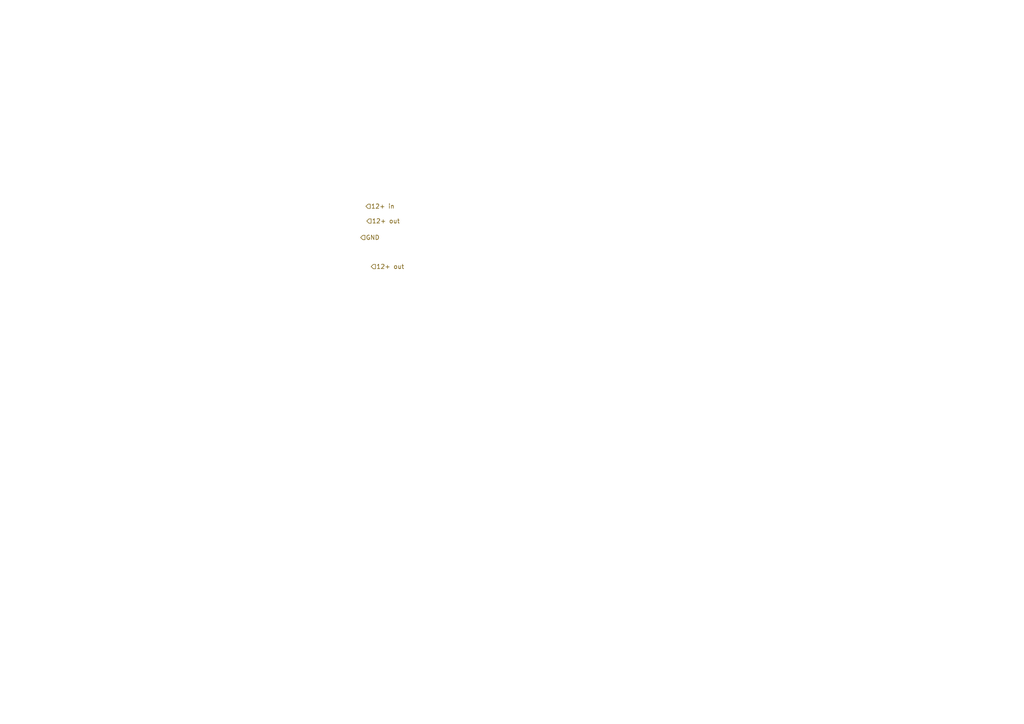
<source format=kicad_sch>
(kicad_sch (version 20211123) (generator eeschema)
  (paper "A4")
  (lib_symbols)
  (hierarchical_label "12+ out" (shape input) (at 107.6452 77.3176 0))
  (hierarchical_label "12+ out" (shape input) (at 106.3752 64.1096 0))
  (hierarchical_label "12+ in" (shape input) (at 106.1212 59.8424 0))
  (hierarchical_label "GND" (shape input) (at 104.5972 68.8848 0))
)
</source>
